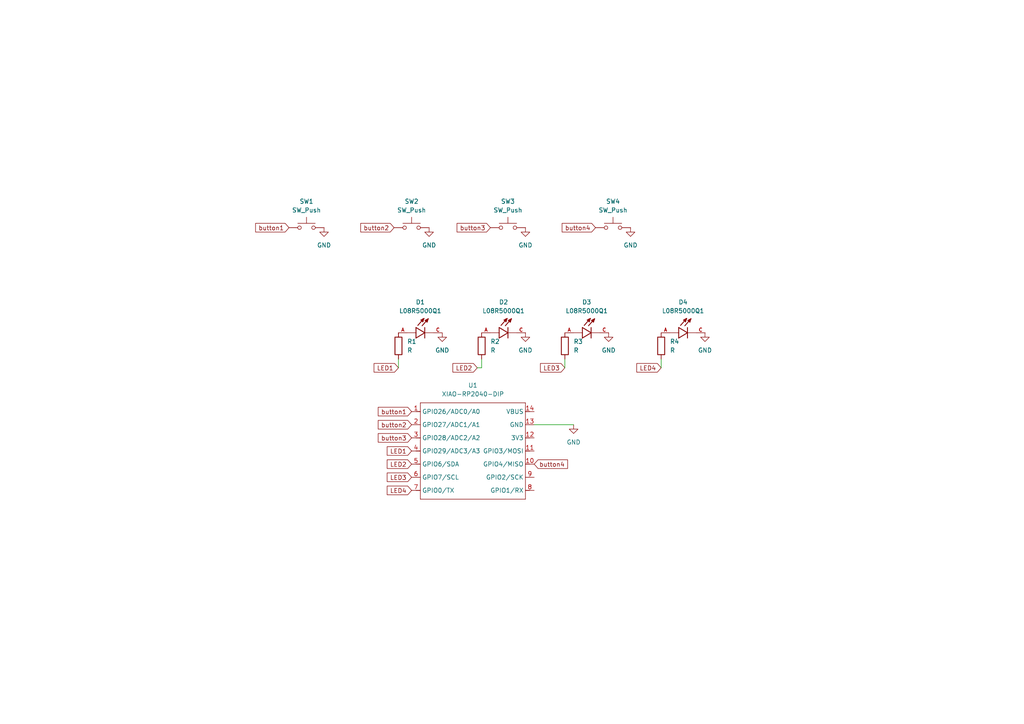
<source format=kicad_sch>
(kicad_sch (version 20250114) (generator "eeschema") (generator_version "9.0")
  (paper "A4")
  (lib_symbols
    (symbol "Device:R" (pin_numbers (hide yes)) (pin_names (offset 0))
      (property "Reference" "R" (at 2.032 0 90))
      (property "Value" "R" (at 0 0 90))
      (symbol "R_0_1"
        (rectangle (start -1.016 -2.54) (end 1.016 2.54) (stroke (width 0.254)))
      )
      (symbol "R_1_1"
        (pin passive line (at 0 3.81 270) (length 1.27) (name "~") (number "1"))
        (pin passive line (at 0 -3.81 90) (length 1.27) (name "~") (number "2"))
      )
    )
    (symbol "L08R5000Q1:L08R5000Q1" (pin_names (offset 1.016))
      (property "Reference" "D" (at -3.0988 4.4958 0))
      (property "Value" "L08R5000Q1" (at -3.556 -3.302 0))
      (symbol "L08R5000Q1_0_0"
        (polyline (pts (xy -2.54 1.524) (xy -2.54 0)) (stroke (width 0.254)))
        (polyline (pts (xy -2.54 0) (xy -5.08 0)) (stroke (width 0.1524)))
        (polyline (pts (xy -2.54 0) (xy -2.54 -1.524)) (stroke (width 0.254)))
        (polyline (pts (xy -2.54 -1.524) (xy 0 0)) (stroke (width 0.254)))
        (polyline (pts (xy -1.1176 3.683) (xy -0.2286 4.1656)) (stroke (width 0.254)))
        (polyline (pts (xy -0.9398 3.6068) (xy -0.7112 3.7592)) (stroke (width 0.254)))
        (polyline (pts (xy -0.5588 3.2004) (xy -1.1176 3.683)) (stroke (width 0.254)))
        (polyline (pts (xy -0.5588 3.2004) (xy -0.5334 3.937)) (stroke (width 0.254)))
        (polyline (pts (xy -0.5334 3.937) (xy -0.6604 3.937)) (stroke (width 0.254)))
        (polyline (pts (xy -0.2286 4.1656) (xy -2.0066 2.1336)) (stroke (width 0.254)))
        (polyline (pts (xy -0.2286 4.1656) (xy -0.5588 3.2004)) (stroke (width 0.254)))
        (polyline (pts (xy 0 1.524) (xy 0 0)) (stroke (width 0.254)))
        (polyline (pts (xy 0 0) (xy -2.54 1.524)) (stroke (width 0.254)))
        (polyline (pts (xy 0 0) (xy 0 -1.524)) (stroke (width 0.254)))
        (polyline (pts (xy 0.127 3.5814) (xy 1.016 4.064)) (stroke (width 0.254)))
        (polyline (pts (xy 0.3048 3.5052) (xy 0.5334 3.6576)) (stroke (width 0.254)))
        (polyline (pts (xy 0.6858 3.0988) (xy 0.127 3.5814)) (stroke (width 0.254)))
        (polyline (pts (xy 0.6858 3.0988) (xy 0.7112 3.8354)) (stroke (width 0.254)))
        (polyline (pts (xy 0.7112 3.8354) (xy 0.5842 3.8354)) (stroke (width 0.254)))
        (polyline (pts (xy 1.016 4.064) (xy -0.762 2.032)) (stroke (width 0.254)))
        (polyline (pts (xy 1.016 4.064) (xy 0.6858 3.0988)) (stroke (width 0.254)))
        (polyline (pts (xy 2.54 0) (xy 0 0)) (stroke (width 0.1524)))
        (pin passive line (at -7.62 0 0) (length 2.54) (name "~") (number "A"))
        (pin passive line (at 5.08 0 180) (length 2.54) (name "~") (number "C"))
      )
    )
    (symbol "Seeed_Studio_XIAO_Series:XIAO-RP2040-DIP"
      (property "Reference" "U" (at 0 0 0))
      (property "Value" "XIAO-RP2040-DIP" (at 5.334 -1.778 0))
      (symbol "XIAO-RP2040-DIP_1_0"
        (polyline (pts (xy -1.27 -2.54) (xy 29.21 -2.54)) (stroke (width 0.1524)))
        (polyline (pts (xy -1.27 -5.08) (xy -2.54 -5.08)) (stroke (width 0.1524)))
        (polyline (pts (xy -1.27 -5.08) (xy -1.27 -2.54)) (stroke (width 0.1524)))
        (polyline (pts (xy -1.27 -8.89) (xy -2.54 -8.89)) (stroke (width 0.1524)))
        (polyline (pts (xy -1.27 -8.89) (xy -1.27 -5.08)) (stroke (width 0.1524)))
        (polyline (pts (xy -1.27 -12.7) (xy -2.54 -12.7)) (stroke (width 0.1524)))
        (polyline (pts (xy -1.27 -12.7) (xy -1.27 -8.89)) (stroke (width 0.1524)))
        (polyline (pts (xy -1.27 -16.51) (xy -2.54 -16.51)) (stroke (width 0.1524)))
        (polyline (pts (xy -1.27 -16.51) (xy -1.27 -12.7)) (stroke (width 0.1524)))
        (polyline (pts (xy -1.27 -20.32) (xy -2.54 -20.32)) (stroke (width 0.1524)))
        (polyline (pts (xy -1.27 -24.13) (xy -2.54 -24.13)) (stroke (width 0.1524)))
        (polyline (pts (xy -1.27 -27.94) (xy -2.54 -27.94)) (stroke (width 0.1524)))
        (polyline (pts (xy -1.27 -30.48) (xy -1.27 -16.51)) (stroke (width 0.1524)))
        (polyline (pts (xy 29.21 -2.54) (xy 29.21 -5.08)) (stroke (width 0.1524)))
        (polyline (pts (xy 29.21 -5.08) (xy 29.21 -8.89)) (stroke (width 0.1524)))
        (polyline (pts (xy 29.21 -8.89) (xy 29.21 -12.7)) (stroke (width 0.1524)))
        (polyline (pts (xy 29.21 -12.7) (xy 29.21 -30.48)) (stroke (width 0.1524)))
        (polyline (pts (xy 29.21 -30.48) (xy -1.27 -30.48)) (stroke (width 0.1524)))
        (polyline (pts (xy 30.48 -5.08) (xy 29.21 -5.08)) (stroke (width 0.1524)))
        (polyline (pts (xy 30.48 -8.89) (xy 29.21 -8.89)) (stroke (width 0.1524)))
        (polyline (pts (xy 30.48 -12.7) (xy 29.21 -12.7)) (stroke (width 0.1524)))
        (polyline (pts (xy 30.48 -16.51) (xy 29.21 -16.51)) (stroke (width 0.1524)))
        (polyline (pts (xy 30.48 -20.32) (xy 29.21 -20.32)) (stroke (width 0.1524)))
        (polyline (pts (xy 30.48 -24.13) (xy 29.21 -24.13)) (stroke (width 0.1524)))
        (polyline (pts (xy 30.48 -27.94) (xy 29.21 -27.94)) (stroke (width 0.1524)))
        (pin passive line (at -3.81 -5.08 0) (length 2.54) (name "GPIO26/ADC0/A0") (number "1"))
        (pin passive line (at -3.81 -8.89 0) (length 2.54) (name "GPIO27/ADC1/A1") (number "2"))
        (pin passive line (at -3.81 -12.7 0) (length 2.54) (name "GPIO28/ADC2/A2") (number "3"))
        (pin passive line (at -3.81 -16.51 0) (length 2.54) (name "GPIO29/ADC3/A3") (number "4"))
        (pin passive line (at -3.81 -20.32 0) (length 2.54) (name "GPIO6/SDA") (number "5"))
        (pin passive line (at -3.81 -24.13 0) (length 2.54) (name "GPIO7/SCL") (number "6"))
        (pin passive line (at -3.81 -27.94 0) (length 2.54) (name "GPIO0/TX") (number "7"))
        (pin passive line (at 31.75 -5.08 180) (length 2.54) (name "VBUS") (number "14"))
        (pin passive line (at 31.75 -8.89 180) (length 2.54) (name "GND") (number "13"))
        (pin passive line (at 31.75 -12.7 180) (length 2.54) (name "3V3") (number "12"))
        (pin passive line (at 31.75 -16.51 180) (length 2.54) (name "GPIO3/MOSI") (number "11"))
        (pin passive line (at 31.75 -20.32 180) (length 2.54) (name "GPIO4/MISO") (number "10"))
        (pin passive line (at 31.75 -24.13 180) (length 2.54) (name "GPIO2/SCK") (number "9"))
        (pin passive line (at 31.75 -27.94 180) (length 2.54) (name "GPIO1/RX") (number "8"))
      )
    )
    (symbol "Switch:SW_Push" (pin_numbers (hide yes)) (pin_names (offset 1.016) (hide yes))
      (property "Reference" "SW" (at 1.27 2.54 0))
      (property "Value" "SW_Push" (at 0 -1.524 0))
      (symbol "SW_Push_0_1"
        (circle (center -2.032 0) (radius 0.508))
        (polyline (pts (xy 0 1.27) (xy 0 3.048)))
        (circle (center 2.032 0) (radius 0.508))
        (polyline (pts (xy 2.54 1.27) (xy -2.54 1.27)))
        (pin passive line (at -5.08 0 0) (length 2.54) (name "1") (number "1"))
        (pin passive line (at 5.08 0 180) (length 2.54) (name "2") (number "2"))
      )
    )
    (symbol "power:GND" (power) (pin_numbers (hide yes)) (pin_names (offset 0) (hide yes))
      (property "Value" "GND" (at 0 -3.81 0))
      (symbol "GND_0_1"
        (polyline (pts (xy 0 0) (xy 0 -1.27) (xy 1.27 -1.27) (xy 0 -2.54) (xy -1.27 -1.27) (xy 0 -1.27)))
      )
      (symbol "GND_1_1"
        (pin power_in line (at 0 0 270) (length 0) (name "~") (number "1"))
      )
    )
  )
  (wire (pts (xy 139.7 106.68) (xy 139.7 104.14)))
  (wire (pts (xy 115.57 106.68) (xy 115.57 104.14)))
  (wire (pts (xy 191.77 104.14) (xy 191.77 106.68)))
  (wire (pts (xy 138.43 106.68) (xy 139.7 106.68)))
  (wire (pts (xy 163.83 104.14) (xy 163.83 106.68)))
  (wire (pts (xy 154.94 123.19) (xy 166.37 123.19)))
  (global_label "button2" (shape input) (at 114.3 66.04 180) (property "Intersheetrefs" "${INTERSHEET_REFS}" (effects (hide yes))))
  (global_label "LED4" (shape input) (at 119.38 142.24 180) (property "Intersheetrefs" "${INTERSHEET_REFS}" (effects (hide yes))))
  (global_label "button3" (shape input) (at 119.38 127 180) (property "Intersheetrefs" "${INTERSHEET_REFS}" (effects (hide yes))))
  (global_label "button4" (shape input) (at 154.94 134.62 0) (property "Intersheetrefs" "${INTERSHEET_REFS}" (effects (hide yes))))
  (global_label "button1" (shape input) (at 83.82 66.04 180) (property "Intersheetrefs" "${INTERSHEET_REFS}" (effects (hide yes))))
  (global_label "button4" (shape input) (at 172.72 66.04 180) (property "Intersheetrefs" "${INTERSHEET_REFS}" (effects (hide yes))))
  (global_label "LED1" (shape input) (at 115.57 106.68 180) (property "Intersheetrefs" "${INTERSHEET_REFS}" (effects (hide yes))))
  (global_label "button3" (shape input) (at 142.24 66.04 180) (property "Intersheetrefs" "${INTERSHEET_REFS}" (effects (hide yes))))
  (global_label "LED2" (shape input) (at 138.43 106.68 180) (property "Intersheetrefs" "${INTERSHEET_REFS}" (effects (hide yes))))
  (global_label "LED2" (shape input) (at 119.38 134.62 180) (property "Intersheetrefs" "${INTERSHEET_REFS}" (effects (hide yes))))
  (global_label "LED1" (shape input) (at 119.38 130.81 180) (property "Intersheetrefs" "${INTERSHEET_REFS}" (effects (hide yes))))
  (global_label "button1" (shape input) (at 119.38 119.38 180) (property "Intersheetrefs" "${INTERSHEET_REFS}" (effects (hide yes))))
  (global_label "button2" (shape input) (at 119.38 123.19 180) (property "Intersheetrefs" "${INTERSHEET_REFS}" (effects (hide yes))))
  (global_label "LED4" (shape input) (at 191.77 106.68 180) (property "Intersheetrefs" "${INTERSHEET_REFS}" (effects (hide yes))))
  (global_label "LED3" (shape input) (at 163.83 106.68 180) (property "Intersheetrefs" "${INTERSHEET_REFS}" (effects (hide yes))))
  (global_label "LED3" (shape input) (at 119.38 138.43 180) (property "Intersheetrefs" "${INTERSHEET_REFS}" (effects (hide yes))))
  (symbol (lib_id "L08R5000Q1:L08R5000Q1") (at 171.45 96.52 0) (unit 1)
    (property "Reference" "D3" (at 170.18 87.63 0))
    (property "Value" "L08R5000Q1" (at 170.18 90.17 0))
    (property "Footprint" "footprints:LEDRD254W57D500H1070" (effects (hide yes)))
    (property "MF" "LED Technology" (effects (hide yes)))
    (property "MAXIMUM_PACKAGE_HEIGHT" "10.7mm" (effects (hide yes)))
    (property "Package" "None" (effects (hide yes)))
    (property "Price" "None" (effects (hide yes)))
    (property "Check_prices" "https://www.snapeda.com/parts/L08R5000Q1/LED+Technology/view-part/?ref=eda" (effects (hide yes)))
    (property "STANDARD" "IPC-7351B" (effects (hide yes)))
    (property "PARTREV" "NA" (effects (hide yes)))
    (property "SnapEDA_Link" "https://www.snapeda.com/parts/L08R5000Q1/LED+Technology/view-part/?ref=snap" (effects (hide yes)))
    (property "MP" "L08R5000Q1" (effects (hide yes)))
    (property "Description_1" "LED, 5MM, ORANGE; LED / Lamp Size: 5mm / T-1 3/4; LED Colour: Orange; Typ Luminous Intensity: 4.3mcd; Viewing Angle: ..." (effects (hide yes)))
    (property "Availability" "Not in stock" (effects (hide yes)))
    (property "MANUFACTURER" "LED TECHNOLOGY" (effects (hide yes)))
  )
  (symbol (lib_id "L08R5000Q1:L08R5000Q1") (at 123.19 96.52 0) (unit 1)
    (property "Reference" "D1" (at 121.92 87.63 0))
    (property "Value" "L08R5000Q1" (at 121.92 90.17 0))
    (property "Footprint" "footprints:LEDRD254W57D500H1070" (effects (hide yes)))
    (property "MF" "LED Technology" (effects (hide yes)))
    (property "MAXIMUM_PACKAGE_HEIGHT" "10.7mm" (effects (hide yes)))
    (property "Package" "None" (effects (hide yes)))
    (property "Price" "None" (effects (hide yes)))
    (property "Check_prices" "https://www.snapeda.com/parts/L08R5000Q1/LED+Technology/view-part/?ref=eda" (effects (hide yes)))
    (property "STANDARD" "IPC-7351B" (effects (hide yes)))
    (property "PARTREV" "NA" (effects (hide yes)))
    (property "SnapEDA_Link" "https://www.snapeda.com/parts/L08R5000Q1/LED+Technology/view-part/?ref=snap" (effects (hide yes)))
    (property "MP" "L08R5000Q1" (effects (hide yes)))
    (property "Description_1" "LED, 5MM, ORANGE; LED / Lamp Size: 5mm / T-1 3/4; LED Colour: Orange; Typ Luminous Intensity: 4.3mcd; Viewing Angle: ..." (effects (hide yes)))
    (property "Availability" "Not in stock" (effects (hide yes)))
    (property "MANUFACTURER" "LED TECHNOLOGY" (effects (hide yes)))
  )
  (symbol (lib_id "power:GND") (at 124.46 66.04 0) (unit 1)
    (property "Reference" "#PWR02" (effects (hide yes)))
    (property "Value" "GND" (at 124.46 71.12 0))
    (property "Description" "Power symbol creates a global label with name \"GND\" , ground" (effects (hide yes)))
  )
  (symbol (lib_id "power:GND") (at 166.37 123.19 0) (unit 1)
    (property "Reference" "#PWR04" (effects (hide yes)))
    (property "Value" "GND" (at 166.37 128.27 0))
    (property "Description" "Power symbol creates a global label with name \"GND\" , ground" (effects (hide yes)))
  )
  (symbol (lib_id "Switch:SW_Push") (at 147.32 66.04 0) (unit 1)
    (property "Reference" "SW3" (at 147.32 58.42 0))
    (property "Value" "SW_Push" (at 147.32 60.96 0))
    (property "Footprint" "Button_Switch_Keyboard:SW_Cherry_MX_1.00u_PCB" (effects (hide yes)))
    (property "Description" "Push button switch, generic, two pins" (effects (hide yes)))
  )
  (symbol (lib_id "Device:R") (at 191.77 100.33 0) (unit 1)
    (property "Reference" "R4" (at 194.31 99.0599 0) (effects (justify left)))
    (property "Value" "R" (at 194.31 101.5999 0) (effects (justify left)))
    (property "Footprint" "Resistor_THT:R_Axial_DIN0204_L3.6mm_D1.6mm_P5.08mm_Horizontal" (effects (hide yes)))
    (property "Description" "Resistor" (effects (hide yes)))
  )
  (symbol (lib_id "Device:R") (at 115.57 100.33 0) (unit 1)
    (property "Reference" "R1" (at 118.11 99.0599 0) (effects (justify left)))
    (property "Value" "R" (at 118.11 101.5999 0) (effects (justify left)))
    (property "Footprint" "Resistor_THT:R_Axial_DIN0204_L3.6mm_D1.6mm_P5.08mm_Horizontal" (effects (hide yes)))
    (property "Description" "Resistor" (effects (hide yes)))
  )
  (symbol (lib_id "L08R5000Q1:L08R5000Q1") (at 147.32 96.52 0) (unit 1)
    (property "Reference" "D2" (at 146.05 87.63 0))
    (property "Value" "L08R5000Q1" (at 146.05 90.17 0))
    (property "Footprint" "footprints:LEDRD254W57D500H1070" (effects (hide yes)))
    (property "MF" "LED Technology" (effects (hide yes)))
    (property "MAXIMUM_PACKAGE_HEIGHT" "10.7mm" (effects (hide yes)))
    (property "Package" "None" (effects (hide yes)))
    (property "Price" "None" (effects (hide yes)))
    (property "Check_prices" "https://www.snapeda.com/parts/L08R5000Q1/LED+Technology/view-part/?ref=eda" (effects (hide yes)))
    (property "STANDARD" "IPC-7351B" (effects (hide yes)))
    (property "PARTREV" "NA" (effects (hide yes)))
    (property "SnapEDA_Link" "https://www.snapeda.com/parts/L08R5000Q1/LED+Technology/view-part/?ref=snap" (effects (hide yes)))
    (property "MP" "L08R5000Q1" (effects (hide yes)))
    (property "Description_1" "LED, 5MM, ORANGE; LED / Lamp Size: 5mm / T-1 3/4; LED Colour: Orange; Typ Luminous Intensity: 4.3mcd; Viewing Angle: ..." (effects (hide yes)))
    (property "Availability" "Not in stock" (effects (hide yes)))
    (property "MANUFACTURER" "LED TECHNOLOGY" (effects (hide yes)))
  )
  (symbol (lib_id "power:GND") (at 152.4 66.04 0) (unit 1)
    (property "Reference" "#PWR03" (effects (hide yes)))
    (property "Value" "GND" (at 152.4 71.12 0))
    (property "Description" "Power symbol creates a global label with name \"GND\" , ground" (effects (hide yes)))
  )
  (symbol (lib_id "Switch:SW_Push") (at 88.9 66.04 0) (unit 1)
    (property "Reference" "SW1" (at 88.9 58.42 0))
    (property "Value" "SW_Push" (at 88.9 60.96 0))
    (property "Footprint" "Button_Switch_Keyboard:SW_Cherry_MX_1.00u_PCB" (effects (hide yes)))
    (property "Description" "Push button switch, generic, two pins" (effects (hide yes)))
  )
  (symbol (lib_id "power:GND") (at 128.27 96.52 0) (unit 1)
    (property "Reference" "#PWR07" (effects (hide yes)))
    (property "Value" "GND" (at 128.27 101.6 0))
    (property "Description" "Power symbol creates a global label with name \"GND\" , ground" (effects (hide yes)))
  )
  (symbol (lib_id "Device:R") (at 163.83 100.33 0) (unit 1)
    (property "Reference" "R3" (at 166.37 99.0599 0) (effects (justify left)))
    (property "Value" "R" (at 166.37 101.5999 0) (effects (justify left)))
    (property "Footprint" "Resistor_THT:R_Axial_DIN0204_L3.6mm_D1.6mm_P5.08mm_Horizontal" (effects (hide yes)))
    (property "Description" "Resistor" (effects (hide yes)))
  )
  (symbol (lib_id "power:GND") (at 152.4 96.52 0) (unit 1)
    (property "Reference" "#PWR06" (effects (hide yes)))
    (property "Value" "GND" (at 152.4 101.6 0))
    (property "Description" "Power symbol creates a global label with name \"GND\" , ground" (effects (hide yes)))
  )
  (symbol (lib_id "L08R5000Q1:L08R5000Q1") (at 199.39 96.52 0) (unit 1)
    (property "Reference" "D4" (at 198.12 87.63 0))
    (property "Value" "L08R5000Q1" (at 198.12 90.17 0))
    (property "Footprint" "footprints:LEDRD254W57D500H1070" (effects (hide yes)))
    (property "MF" "LED Technology" (effects (hide yes)))
    (property "MAXIMUM_PACKAGE_HEIGHT" "10.7mm" (effects (hide yes)))
    (property "Package" "None" (effects (hide yes)))
    (property "Price" "None" (effects (hide yes)))
    (property "Check_prices" "https://www.snapeda.com/parts/L08R5000Q1/LED+Technology/view-part/?ref=eda" (effects (hide yes)))
    (property "STANDARD" "IPC-7351B" (effects (hide yes)))
    (property "PARTREV" "NA" (effects (hide yes)))
    (property "SnapEDA_Link" "https://www.snapeda.com/parts/L08R5000Q1/LED+Technology/view-part/?ref=snap" (effects (hide yes)))
    (property "MP" "L08R5000Q1" (effects (hide yes)))
    (property "Description_1" "LED, 5MM, ORANGE; LED / Lamp Size: 5mm / T-1 3/4; LED Colour: Orange; Typ Luminous Intensity: 4.3mcd; Viewing Angle: ..." (effects (hide yes)))
    (property "Availability" "Not in stock" (effects (hide yes)))
    (property "MANUFACTURER" "LED TECHNOLOGY" (effects (hide yes)))
  )
  (symbol (lib_id "Seeed_Studio_XIAO_Series:XIAO-RP2040-DIP") (at 123.19 114.3 0) (unit 1)
    (property "Reference" "U1" (at 137.16 111.76 0))
    (property "Value" "XIAO-RP2040-DIP" (at 137.16 114.3 0))
    (property "Footprint" "footprints:XIAO-RP2040-DIP" (effects (hide yes)))
  )
  (symbol (lib_id "power:GND") (at 182.88 66.04 0) (unit 1)
    (property "Reference" "#PWR08" (effects (hide yes)))
    (property "Value" "GND" (at 182.88 71.12 0))
    (property "Description" "Power symbol creates a global label with name \"GND\" , ground" (effects (hide yes)))
  )
  (symbol (lib_id "Device:R") (at 139.7 100.33 0) (unit 1)
    (property "Reference" "R2" (at 142.24 99.0599 0) (effects (justify left)))
    (property "Value" "R" (at 142.24 101.5999 0) (effects (justify left)))
    (property "Footprint" "Resistor_THT:R_Axial_DIN0204_L3.6mm_D1.6mm_P5.08mm_Horizontal" (effects (hide yes)))
    (property "Description" "Resistor" (effects (hide yes)))
  )
  (symbol (lib_id "power:GND") (at 204.47 96.52 0) (unit 1)
    (property "Reference" "#PWR09" (effects (hide yes)))
    (property "Value" "GND" (at 204.47 101.6 0))
    (property "Description" "Power symbol creates a global label with name \"GND\" , ground" (effects (hide yes)))
  )
  (symbol (lib_id "Switch:SW_Push") (at 119.38 66.04 0) (unit 1)
    (property "Reference" "SW2" (at 119.38 58.42 0))
    (property "Value" "SW_Push" (at 119.38 60.96 0))
    (property "Footprint" "Button_Switch_Keyboard:SW_Cherry_MX_1.00u_PCB" (effects (hide yes)))
    (property "Description" "Push button switch, generic, two pins" (effects (hide yes)))
  )
  (symbol (lib_id "power:GND") (at 176.53 96.52 0) (unit 1)
    (property "Reference" "#PWR05" (effects (hide yes)))
    (property "Value" "GND" (at 176.53 101.6 0))
    (property "Description" "Power symbol creates a global label with name \"GND\" , ground" (effects (hide yes)))
  )
  (symbol (lib_id "power:GND") (at 93.98 66.04 0) (unit 1)
    (property "Reference" "#PWR01" (effects (hide yes)))
    (property "Value" "GND" (at 93.98 71.12 0))
    (property "Description" "Power symbol creates a global label with name \"GND\" , ground" (effects (hide yes)))
  )
  (symbol (lib_id "Switch:SW_Push") (at 177.8 66.04 0) (unit 1)
    (property "Reference" "SW4" (at 177.8 58.42 0))
    (property "Value" "SW_Push" (at 177.8 60.96 0))
    (property "Footprint" "Button_Switch_Keyboard:SW_Cherry_MX_1.00u_PCB" (effects (hide yes)))
    (property "Description" "Push button switch, generic, two pins" (effects (hide yes)))
  )
)
</source>
